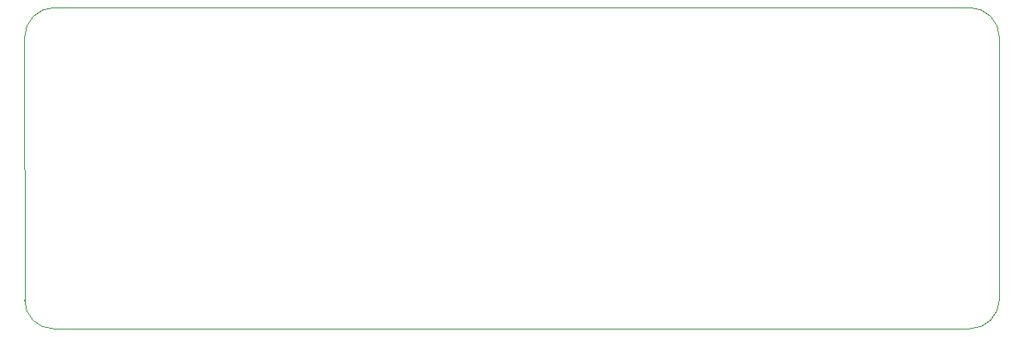
<source format=gbr>
%TF.GenerationSoftware,Altium Limited,Altium Designer,23.0.1 (38)*%
G04 Layer_Color=0*
%FSLAX45Y45*%
%MOMM*%
%TF.SameCoordinates,3EE063B3-4F93-4FDD-BE50-ED7C6B7A8C7B*%
%TF.FilePolarity,Positive*%
%TF.FileFunction,Profile,NP*%
%TF.Part,Single*%
G01*
G75*
%TA.AperFunction,Profile*%
%ADD120C,0.02540*%
D120*
X-10434Y-304713D02*
G02*
X-303819Y-11328I0J293386D01*
G01*
X-305853Y2667088D01*
D02*
G02*
X-1053Y2971888I304800J0D01*
G01*
X9320747D01*
D02*
G02*
X9625547Y2667088I0J-304800D01*
G01*
Y88D01*
D02*
G02*
X9320747Y-304712I-304800J0D01*
G01*
X-10434Y-304713D01*
%TF.MD5,9786376c51f6b4d0b229c185fc252f08*%
M02*

</source>
